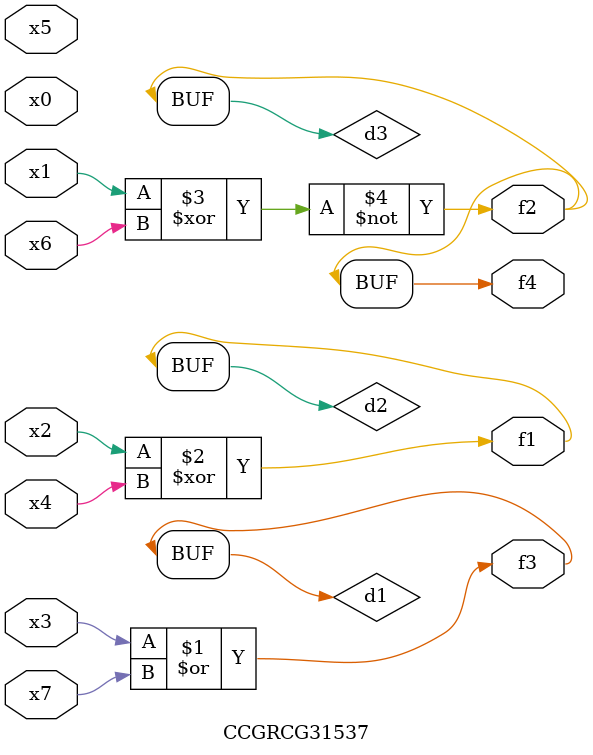
<source format=v>
module CCGRCG31537(
	input x0, x1, x2, x3, x4, x5, x6, x7,
	output f1, f2, f3, f4
);

	wire d1, d2, d3;

	or (d1, x3, x7);
	xor (d2, x2, x4);
	xnor (d3, x1, x6);
	assign f1 = d2;
	assign f2 = d3;
	assign f3 = d1;
	assign f4 = d3;
endmodule

</source>
